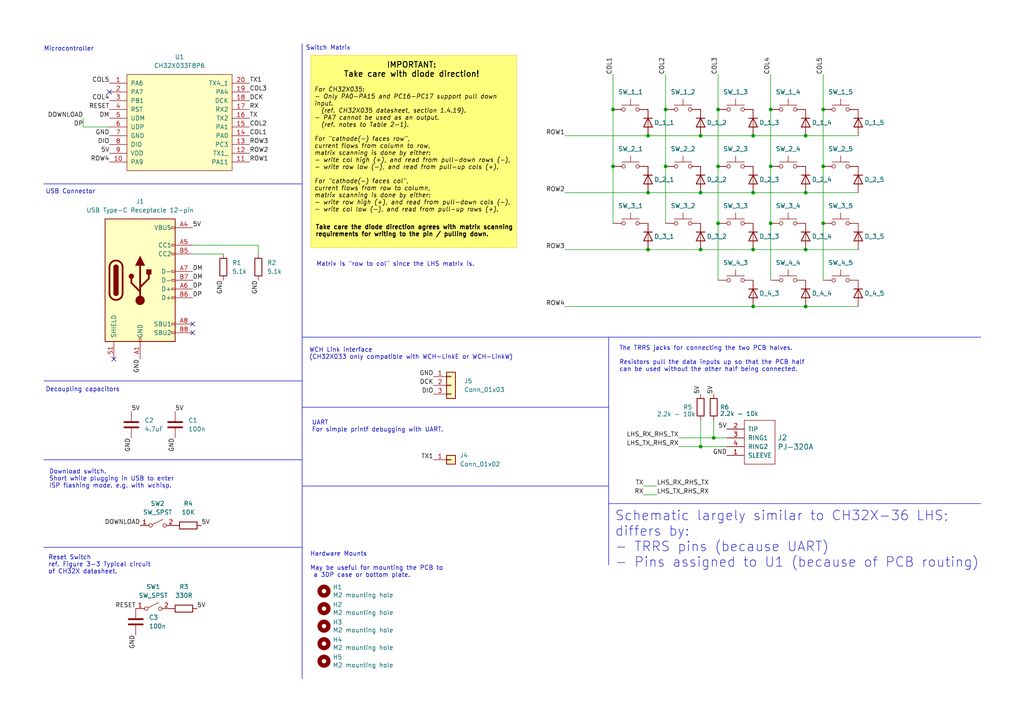
<source format=kicad_sch>
(kicad_sch (version 20231120) (generator "eeschema") (generator_version "8.0")
  (paper "A4")
  (title_block (title "CH32X-36 (LHS)") (date "2025-03-11") (rev "rev2025.1") (company "Richard Goulter (rgoulter)") (comment 1 "Using CH32X MCU.") (comment 2 "LHS of split 3x5+3 keyboard") (comment 3 "Project: https://github.com/rgoulter/keyboard-labs"))
  (lib_symbols
    (symbol "Connector:USB_C_Receptacle_USB2.0" (pin_names (offset 1.016))
      (property "Reference" "J" (at -10.16 19.05 0))
      (property "Value" "USB_C_Receptacle_USB2.0" (at 19.05 19.05 0))
      (symbol "USB_C_Receptacle_USB2.0_0_0"
        (rectangle (start -0.254 -17.78) (end 0.254 -16.764))
        (rectangle (start 10.16 -14.986) (end 9.144 -15.494))
        (rectangle (start 10.16 -12.446) (end 9.144 -12.954))
        (rectangle (start 10.16 -4.826) (end 9.144 -5.334))
        (rectangle (start 10.16 -2.286) (end 9.144 -2.794))
        (rectangle (start 10.16 0.254) (end 9.144 -0.254))
        (rectangle (start 10.16 2.794) (end 9.144 2.286))
        (rectangle (start 10.16 7.874) (end 9.144 7.366))
        (rectangle (start 10.16 10.414) (end 9.144 9.906))
        (rectangle (start 10.16 15.494) (end 9.144 14.986))
      )
      (symbol "USB_C_Receptacle_USB2.0_0_1"
        (rectangle (start -10.16 17.78) (end 10.16 -17.78) (stroke (width 0.254)) (fill (type background)))
        (arc (start -8.89 -3.81) (mid -6.985 -5.7067) (end -5.08 -3.81) (stroke (width 0.508)))
        (arc (start -7.62 -3.81) (mid -6.985 -4.4423) (end -6.35 -3.81) (stroke (width 0.254)))
        (arc (start -7.62 -3.81) (mid -6.985 -4.4423) (end -6.35 -3.81) (stroke (width 0.254)) (fill (type outline)))
        (rectangle (start -7.62 -3.81) (end -6.35 3.81) (stroke (width 0.254)) (fill (type outline)))
        (arc (start -6.35 3.81) (mid -6.985 4.4423) (end -7.62 3.81) (stroke (width 0.254)))
        (arc (start -6.35 3.81) (mid -6.985 4.4423) (end -7.62 3.81) (stroke (width 0.254)) (fill (type outline)))
        (arc (start -5.08 3.81) (mid -6.985 5.7067) (end -8.89 3.81) (stroke (width 0.508)))
        (circle (center -2.54 1.143) (radius 0.635) (stroke (width 0.254)) (fill (type outline)))
        (circle (center 0 -5.842) (radius 1.27) (fill (type outline)))
        (polyline (pts (xy -8.89 -3.81) (xy -8.89 3.81)) (stroke (width 0.508)))
        (polyline (pts (xy -5.08 3.81) (xy -5.08 -3.81)) (stroke (width 0.508)))
        (polyline (pts (xy 0 -5.842) (xy 0 4.318)) (stroke (width 0.508)))
        (polyline (pts (xy 0 -3.302) (xy -2.54 -0.762) (xy -2.54 0.508)) (stroke (width 0.508)))
        (polyline (pts (xy 0 -2.032) (xy 2.54 0.508) (xy 2.54 1.778)) (stroke (width 0.508)))
        (polyline (pts (xy -1.27 4.318) (xy 0 6.858) (xy 1.27 4.318) (xy -1.27 4.318)) (stroke (width 0.254)) (fill (type outline)))
        (rectangle (start 1.905 1.778) (end 3.175 3.048) (stroke (width 0.254)) (fill (type outline)))
      )
      (symbol "USB_C_Receptacle_USB2.0_1_1"
        (pin passive line (at 0 -22.86 90) (length 5.08) (name "GND") (number "A1"))
        (pin passive line (at 0 -22.86 90) (length 5.08) hide (name "GND") (number "A12"))
        (pin passive line (at 15.24 15.24 180) (length 5.08) (name "VBUS") (number "A4"))
        (pin bidirectional line (at 15.24 10.16 180) (length 5.08) (name "CC1") (number "A5"))
        (pin bidirectional line (at 15.24 -2.54 180) (length 5.08) (name "D+") (number "A6"))
        (pin bidirectional line (at 15.24 2.54 180) (length 5.08) (name "D-") (number "A7"))
        (pin bidirectional line (at 15.24 -12.7 180) (length 5.08) (name "SBU1") (number "A8"))
        (pin passive line (at 15.24 15.24 180) (length 5.08) hide (name "VBUS") (number "A9"))
        (pin passive line (at 0 -22.86 90) (length 5.08) hide (name "GND") (number "B1"))
        (pin passive line (at 0 -22.86 90) (length 5.08) hide (name "GND") (number "B12"))
        (pin passive line (at 15.24 15.24 180) (length 5.08) hide (name "VBUS") (number "B4"))
        (pin bidirectional line (at 15.24 7.62 180) (length 5.08) (name "CC2") (number "B5"))
        (pin bidirectional line (at 15.24 -5.08 180) (length 5.08) (name "D+") (number "B6"))
        (pin bidirectional line (at 15.24 0 180) (length 5.08) (name "D-") (number "B7"))
        (pin bidirectional line (at 15.24 -15.24 180) (length 5.08) (name "SBU2") (number "B8"))
        (pin passive line (at 15.24 15.24 180) (length 5.08) hide (name "VBUS") (number "B9"))
        (pin passive line (at -7.62 -22.86 90) (length 5.08) (name "SHIELD") (number "S1"))
      )
    )
    (symbol "Connector_Generic:Conn_01x01" (pin_names (offset 1.016) hide)
      (property "Reference" "J" (at 0 2.54 0))
      (property "Value" "Conn_01x01" (at 0 -2.54 0))
      (symbol "Conn_01x01_1_1"
        (rectangle (start -1.27 0.127) (end 0 -0.127) (stroke (width 0.1524)))
        (rectangle (start -1.27 1.27) (end 1.27 -1.27) (stroke (width 0.254)) (fill (type background)))
        (pin passive line (at -5.08 0 0) (length 3.81) (name "Pin_1") (number "1"))
      )
    )
    (symbol "Connector_Generic:Conn_01x03" (pin_names (offset 1.016) hide)
      (property "Reference" "J" (at 0 5.08 0))
      (property "Value" "Conn_01x03" (at 0 -5.08 0))
      (symbol "Conn_01x03_1_1"
        (rectangle (start -1.27 -2.413) (end 0 -2.667) (stroke (width 0.1524)))
        (rectangle (start -1.27 0.127) (end 0 -0.127) (stroke (width 0.1524)))
        (rectangle (start -1.27 2.667) (end 0 2.413) (stroke (width 0.1524)))
        (rectangle (start -1.27 3.81) (end 1.27 -3.81) (stroke (width 0.254)) (fill (type background)))
        (pin passive line (at -5.08 2.54 0) (length 3.81) (name "Pin_1") (number "1"))
        (pin passive line (at -5.08 0 0) (length 3.81) (name "Pin_2") (number "2"))
        (pin passive line (at -5.08 -2.54 0) (length 3.81) (name "Pin_3") (number "3"))
      )
    )
    (symbol "Device:C" (pin_numbers hide) (pin_names (offset 0.254))
      (property "Reference" "C" (at 0.635 2.54 0))
      (property "Value" "C" (at 0.635 -2.54 0))
      (symbol "C_0_1"
        (polyline (pts (xy -2.032 -0.762) (xy 2.032 -0.762)) (stroke (width 0.508)))
        (polyline (pts (xy -2.032 0.762) (xy 2.032 0.762)) (stroke (width 0.508)))
      )
      (symbol "C_1_1"
        (pin passive line (at 0 3.81 270) (length 2.794) (name "~") (number "1"))
        (pin passive line (at 0 -3.81 90) (length 2.794) (name "~") (number "2"))
      )
    )
    (symbol "Device:D" (pin_numbers hide) (pin_names (offset 1.016) hide)
      (property "Reference" "D" (at 0 2.54 0))
      (property "Value" "D" (at 0 -2.54 0))
      (symbol "D_0_1"
        (polyline (pts (xy -1.27 1.27) (xy -1.27 -1.27)) (stroke (width 0.254)))
        (polyline (pts (xy 1.27 0) (xy -1.27 0)))
        (polyline (pts (xy 1.27 1.27) (xy 1.27 -1.27) (xy -1.27 0) (xy 1.27 1.27)) (stroke (width 0.254)))
      )
      (symbol "D_1_1"
        (pin passive line (at -3.81 0 0) (length 2.54) (name "K") (number "1"))
        (pin passive line (at 3.81 0 180) (length 2.54) (name "A") (number "2"))
      )
    )
    (symbol "Device:R" (pin_numbers hide) (pin_names (offset 0))
      (property "Reference" "R" (at 2.032 0 90))
      (property "Value" "R" (at 0 0 90))
      (symbol "R_0_1"
        (rectangle (start -1.016 -2.54) (end 1.016 2.54) (stroke (width 0.254)))
      )
      (symbol "R_1_1"
        (pin passive line (at 0 3.81 270) (length 1.27) (name "~") (number "1"))
        (pin passive line (at 0 -3.81 90) (length 1.27) (name "~") (number "2"))
      )
    )
    (symbol "Mechanical:MountingHole" (pin_names (offset 1.016))
      (property "Reference" "H" (at 0 5.08 0))
      (property "Value" "MountingHole" (at 0 3.175 0))
      (symbol "MountingHole_0_1"
        (circle (center 0 0) (radius 1.27) (stroke (width 1.27)))
      )
    )
    (symbol "ProjectLocal:CH32X033F8P6" (pin_names (offset 1.016))
      (property "Reference" "U" (at -12.7 27.94 0))
      (property "Value" "CH32X033F8P6" (at 0 12.7 90))
      (symbol "CH32X033F8P6_0_1"
        (rectangle (start -15.24 25.4) (end 15.24 -2.54) (fill (type background)))
      )
      (symbol "CH32X033F8P6_1_1"
        (pin bidirectional line (at -20.32 22.86 0) (length 5.08) (name "PA6") (number "1"))
        (pin bidirectional line (at -20.32 0 0) (length 5.08) (name "PA9") (number "10"))
        (pin bidirectional line (at 20.32 0 180) (length 5.08) (name "PA11") (number "11") (alternate "" input line))
        (pin bidirectional line (at 20.32 2.54 180) (length 5.08) (name "PA10") (number "12") (alternate "TX1_" bidirectional line))
        (pin bidirectional line (at 20.32 5.08 180) (length 5.08) (name "PC3") (number "13"))
        (pin bidirectional line (at 20.32 7.62 180) (length 5.08) (name "PA0") (number "14"))
        (pin bidirectional line (at 20.32 10.16 180) (length 5.08) (name "PA1") (number "15"))
        (pin bidirectional line (at 20.32 12.7 180) (length 5.08) (name "PA2") (number "16") (alternate "TX2" bidirectional line))
        (pin bidirectional line (at 20.32 15.24 180) (length 5.08) (name "PA3") (number "17") (alternate "RX2" bidirectional line))
        (pin bidirectional line (at 20.32 17.78 180) (length 5.08) (name "PC19") (number "18") (alternate "DCK" power_out line))
        (pin bidirectional line (at 20.32 20.32 180) (length 5.08) (name "PA4") (number "19"))
        (pin input line (at -20.32 20.32 0) (length 5.08) (name "PA7") (number "2") (alternate "" input line))
        (pin bidirectional line (at 20.32 22.86 180) (length 5.08) (name "PA5") (number "20") (alternate "" input line) (alternate "TX4_1" power_out line))
        (pin input line (at -20.32 17.78 0) (length 5.08) (name "PB1") (number "3") (alternate "" input line))
        (pin bidirectional line (at -20.32 15.24 0) (length 5.08) (name "PB7") (number "4") (alternate "RST" bidirectional line))
        (pin input line (at -20.32 12.7 0) (length 5.08) (name "PC16") (number "5") (alternate "UDM" bidirectional line))
        (pin input line (at -20.32 10.16 0) (length 5.08) (name "PC17") (number "6") (alternate "UDP" bidirectional line))
        (pin input line (at -20.32 7.62 0) (length 5.08) (name "GND") (number "7"))
        (pin bidirectional line (at -20.32 5.08 0) (length 5.08) (name "PC18") (number "8") (alternate "DIO" bidirectional line))
        (pin input line (at -20.32 2.54 0) (length 5.08) (name "VDD") (number "9"))
      )
    )
    (symbol "Switch:SW_Push" (pin_numbers hide) (pin_names (offset 1.016) hide)
      (property "Reference" "SW" (at 1.27 2.54 0))
      (property "Value" "SW_Push" (at 0 -1.524 0))
      (symbol "SW_Push_0_1"
        (circle (center -2.032 0) (radius 0.508))
        (polyline (pts (xy 0 1.27) (xy 0 3.048)))
        (polyline (pts (xy 2.54 1.27) (xy -2.54 1.27)))
        (circle (center 2.032 0) (radius 0.508))
        (pin passive line (at -5.08 0 0) (length 2.54) (name "1") (number "1"))
        (pin passive line (at 5.08 0 180) (length 2.54) (name "2") (number "2"))
      )
    )
    (symbol "Switch:SW_SPST" (pin_names (offset 0) hide)
      (property "Reference" "SW" (at 0 3.175 0))
      (property "Value" "SW_SPST" (at 0 -2.54 0))
      (symbol "SW_SPST_0_0"
        (circle (center -2.032 0) (radius 0.508))
        (polyline (pts (xy -1.524 0.254) (xy 1.524 1.778)))
        (circle (center 2.032 0) (radius 0.508))
      )
      (symbol "SW_SPST_1_1"
        (pin passive line (at -5.08 0 0) (length 2.54) (name "A") (number "1"))
        (pin passive line (at 5.08 0 180) (length 2.54) (name "B") (number "2"))
      )
    )
    (symbol "keebio:TRRS" (pin_names (offset 1.016))
      (property "Reference" "U" (at 0 15.24 0))
      (property "Value" "TRRS" (at 0 -2.54 0))
      (symbol "TRRS_0_1"
        (rectangle (start -3.81 0) (end -3.81 12.7))
        (rectangle (start -3.81 12.7) (end 5.08 12.7))
        (rectangle (start 5.08 0) (end -3.81 0))
        (rectangle (start 5.08 12.7) (end 5.08 0))
      )
      (symbol "TRRS_1_1"
        (pin input line (at -8.89 2.54 0) (length 5.08) (name "SLEEVE") (number "1"))
        (pin input line (at -8.89 10.16 0) (length 5.08) (name "TIP") (number "2"))
        (pin input line (at -8.89 7.62 0) (length 5.08) (name "RING1") (number "3"))
        (pin input line (at -8.89 5.08 0) (length 5.08) (name "RING2") (number "4"))
      )
    )
  )
  (junction (at 187.96 55.88))
  (junction (at 233.68 88.9))
  (junction (at 218.44 55.88))
  (junction (at 208.28 31.75))
  (junction (at 203.2 55.88))
  (junction (at 233.68 55.88))
  (junction (at 177.8 48.26))
  (junction (at 233.68 39.37))
  (junction (at 223.52 31.75))
  (junction (at 207.01 127))
  (junction (at 208.28 48.26))
  (junction (at 187.96 72.39))
  (junction (at 203.2 39.37))
  (junction (at 177.8 31.75))
  (junction (at 238.76 48.26))
  (junction (at 218.44 39.37))
  (junction (at 193.04 48.26))
  (junction (at 238.76 64.77))
  (junction (at 218.44 88.9))
  (junction (at 193.04 31.75))
  (junction (at 233.68 72.39))
  (junction (at 218.44 72.39))
  (junction (at 238.76 31.75))
  (junction (at 187.96 39.37))
  (junction (at 223.52 48.26))
  (junction (at 208.28 64.77))
  (junction (at 223.52 64.77))
  (junction (at 203.2 129.54))
  (junction (at 203.2 72.39))
  (no_connect (at 33.02 104.14))
  (no_connect (at 55.88 93.98))
  (no_connect (at 31.75 26.67))
  (no_connect (at 55.88 96.52))
  (polyline (pts (xy 12.7 110.49) (xy 87.63 110.49)))
  (wire (pts (xy 223.52 21.59) (xy 223.52 31.75)))
  (polyline (pts (xy 87.63 110.49) (xy 87.63 97.79)))
  (polyline (pts (xy 176.53 146.05) (xy 284.48 146.05)))
  (wire (pts (xy 186.69 140.97) (xy 190.5 140.97)))
  (wire (pts (xy 218.44 39.37) (xy 233.68 39.37)))
  (wire (pts (xy 208.28 31.75) (xy 208.28 48.26)))
  (wire (pts (xy 207.01 127) (xy 207.01 121.92)))
  (wire (pts (xy 208.28 64.77) (xy 208.28 81.28)))
  (wire (pts (xy 203.2 129.54) (xy 210.82 129.54)))
  (polyline (pts (xy 12.7 133.35) (xy 87.63 133.35)))
  (wire (pts (xy 203.2 55.88) (xy 218.44 55.88)))
  (polyline (pts (xy 87.63 110.49) (xy 87.63 196.85)))
  (wire (pts (xy 196.85 129.54) (xy 203.2 129.54)))
  (wire (pts (xy 233.68 88.9) (xy 248.92 88.9)))
  (wire (pts (xy 163.83 55.88) (xy 187.96 55.88)))
  (wire (pts (xy 177.8 48.26) (xy 177.8 64.77)))
  (wire (pts (xy 163.83 72.39) (xy 187.96 72.39)))
  (wire (pts (xy 193.04 31.75) (xy 193.04 48.26)))
  (wire (pts (xy 55.88 73.66) (xy 64.77 73.66)))
  (wire (pts (xy 238.76 64.77) (xy 238.76 81.28)))
  (wire (pts (xy 218.44 88.9) (xy 233.68 88.9)))
  (wire (pts (xy 203.2 72.39) (xy 218.44 72.39)))
  (wire (pts (xy 187.96 55.88) (xy 203.2 55.88)))
  (wire (pts (xy 208.28 48.26) (xy 208.28 64.77)))
  (wire (pts (xy 55.88 71.12) (xy 74.93 71.12)))
  (wire (pts (xy 193.04 48.26) (xy 193.04 64.77)))
  (polyline (pts (xy 87.63 118.11) (xy 176.53 118.11)))
  (polyline (pts (xy 176.53 97.79) (xy 176.53 163.83)))
  (wire (pts (xy 223.52 48.26) (xy 223.52 64.77)))
  (polyline (pts (xy 87.63 12.7) (xy 87.63 97.79)))
  (wire (pts (xy 187.96 72.39) (xy 203.2 72.39)))
  (wire (pts (xy 74.93 73.66) (xy 74.93 71.12)))
  (wire (pts (xy 233.68 39.37) (xy 248.92 39.37)))
  (wire (pts (xy 24.13 36.83) (xy 24.13 34.29)))
  (wire (pts (xy 223.52 31.75) (xy 223.52 48.26)))
  (wire (pts (xy 208.28 21.59) (xy 208.28 31.75)))
  (wire (pts (xy 203.2 39.37) (xy 218.44 39.37)))
  (wire (pts (xy 193.04 21.59) (xy 193.04 31.75)))
  (wire (pts (xy 223.52 64.77) (xy 223.52 81.28)))
  (wire (pts (xy 238.76 48.26) (xy 238.76 64.77)))
  (polyline (pts (xy 87.63 140.97) (xy 176.53 140.97)))
  (wire (pts (xy 238.76 31.75) (xy 238.76 48.26)))
  (wire (pts (xy 24.13 36.83) (xy 31.75 36.83)))
  (wire (pts (xy 163.83 39.37) (xy 187.96 39.37)))
  (wire (pts (xy 163.83 88.9) (xy 218.44 88.9)))
  (polyline (pts (xy 12.7 53.34) (xy 87.63 53.34)))
  (polyline (pts (xy 87.63 97.79) (xy 284.48 97.79)))
  (polyline (pts (xy 12.7 158.75) (xy 87.63 158.75)))
  (wire (pts (xy 233.68 72.39) (xy 248.92 72.39)))
  (wire (pts (xy 186.69 143.51) (xy 190.5 143.51)))
  (wire (pts (xy 203.2 129.54) (xy 203.2 121.92)))
  (wire (pts (xy 233.68 55.88) (xy 248.92 55.88)))
  (wire (pts (xy 238.76 21.59) (xy 238.76 31.75)))
  (wire (pts (xy 177.8 31.75) (xy 177.8 48.26)))
  (wire (pts (xy 177.8 21.59) (xy 177.8 31.75)))
  (wire (pts (xy 218.44 55.88) (xy 233.68 55.88)))
  (wire (pts (xy 196.85 127) (xy 207.01 127)))
  (wire (pts (xy 218.44 72.39) (xy 233.68 72.39)))
  (wire (pts (xy 207.01 127) (xy 210.82 127)))
  (wire (pts (xy 187.96 39.37) (xy 203.2 39.37)))
  (text_box "\n\n\n\nFor CH32X035:\n- Only PA0-PA15 and PC16-PC17 support pull down input.\n  (ref. CH32X035 datasheet, section 1.4.19).\n- PA7 cannot be used as an output.\n  (ref. notes to Table 2-1).\n\nFor \"cathode(-) faces row\",\ncurrent flows from column to row,\nmatrix scanning is done by either:\n- write col high (+), and read from pull-down rows (-),\n- write row low (-), and read from pull-up cols (+).\n\nFor \"cathode(-) faces col\",\ncurrent flows from row to column,\nmatrix scanning is done by either:\n- write row high (+), and read from pull-down cols (-),\n- write col low (-), and read from pull-up rows (+)." (at 90.17 16.002 0) (size 59.69 55.88) (stroke (width 0.0254) (color 255 153 0 1)) (fill (type color) (color 255 255 0 0.51)) (effects (font (size 1.27 1.27) (italic yes)) (justify left top)))
  (text "Hardware Mounts\n\nMay be useful for mounting the PCB to\n a 3DP case or bottom plate." (at 89.916 167.64 0) (effects (font (size 1.27 1.27)) (justify left bottom)))
  (text "UART\nFor simple printf debugging with UART." (at 90.424 125.476 0) (effects (font (size 1.27 1.27)) (justify left bottom)))
  (text "IMPORTANT:\nTake care with diode direction!" (at 119.38 20.32 0) (effects (font (size 1.651 1.651) (thickness 0.254) (bold yes))))
  (text "Schematic largely similar to CH32X-36 LHS;\ndiffers by:\n- TRRS pins (because UART)\n- Pins assigned to U1 (because of PCB routing)" (at 178.308 164.846 0) (effects (font (size 2.794 2.794)) (justify left bottom)))
  (text "The TRRS jacks for connecting the two PCB halves.\n\nResistors pull the data inputs up so that the PCB half\ncan be used without the other half being connected." (at 179.578 107.95 0) (effects (font (size 1.27 1.27)) (justify left bottom)))
  (text "Download switch.\nShort while plugging in USB to enter\nISP flashing mode. e.g. with wchisp." (at 14.224 141.732 0) (effects (font (size 1.27 1.27)) (justify left bottom)))
  (text "Take care the diode direction agrees with matrix scanning\nrequirements for writing to the pin / pulling down." (at 91.44 67.056 0) (effects (font (size 1.27 1.27) (thickness 0.254) (bold yes)) (justify left)))
  (text "Microcontroller" (at 12.7 14.986 0) (effects (font (size 1.27 1.27)) (justify left bottom)))
  (text "Decoupling capacitors" (at 13.208 113.792 0) (effects (font (size 1.27 1.27)) (justify left bottom)))
  (text "USB Connector" (at 13.208 56.388 0) (effects (font (size 1.27 1.27)) (justify left bottom)))
  (text "WCH Link interface\n(CH32X033 only compatible with WCH-LinkE or WCH-LinkW)" (at 89.662 104.394 0) (effects (font (size 1.27 1.27)) (justify left bottom)))
  (text "Reset Switch\nref. Figure 3-3 Typical circuit\nof CH32X datasheet." (at 13.97 166.624 0) (effects (font (size 1.27 1.27)) (justify left bottom)))
  (text "Switch Matrix" (at 88.646 14.732 0) (effects (font (size 1.27 1.27)) (justify left bottom)))
  (text "Matrix is \"row to col\" since the LHS matrix is." (at 91.694 75.946 0) (effects (font (size 1.27 1.27)) (justify left top)))
  (label "5V" (at 50.8 119.38 0))
  (label "COL4" (at 223.52 21.59 90))
  (label "ROW2" (at 163.83 55.88 180))
  (label "5V" (at 58.42 152.4 0))
  (label "DCK" (at 72.39 29.21 0))
  (label "GND" (at 38.1 127 270))
  (label "LHS_TX_RHS_RX" (at 196.85 129.54 180))
  (label "COL1" (at 177.8 21.59 90))
  (label "5V" (at 38.1 119.38 0))
  (label "RX" (at 186.69 143.51 180))
  (label "COL2" (at 193.04 21.59 90))
  (label "COL5" (at 238.76 21.59 90))
  (label "RESET" (at 31.75 31.75 180))
  (label "RESET" (at 39.37 176.53 180))
  (label "DIO" (at 125.73 114.3 180))
  (label "COL4" (at 31.75 29.21 180))
  (label "5V" (at 203.2 114.3 90))
  (label "ROW4" (at 163.83 88.9 180))
  (label "5V" (at 55.88 66.04 0))
  (label "DP" (at 55.88 86.36 0))
  (label "TX" (at 186.69 140.97 180))
  (label "DM" (at 55.88 81.28 0))
  (label "5V" (at 210.82 124.46 180))
  (label "LHS_TX_RHS_RX" (at 190.5 143.51 0))
  (label "GND" (at 125.73 109.22 180))
  (label "ROW1" (at 163.83 39.37 180))
  (label "5V" (at 207.01 114.3 90))
  (label "5V" (at 57.15 176.53 0))
  (label "GND" (at 39.37 184.15 270))
  (label "GND" (at 210.82 132.08 180))
  (label "GND" (at 74.93 81.28 270))
  (label "TX1" (at 125.73 133.35 180))
  (label "RX" (at 72.39 31.75 0))
  (label "DIO" (at 31.75 41.91 180))
  (label "COL3" (at 208.28 21.59 90))
  (label "DP" (at 24.13 36.83 180))
  (label "ROW3" (at 72.39 41.91 0))
  (label "COL2" (at 72.39 36.83 0))
  (label "DP" (at 55.88 83.82 0))
  (label "COL1" (at 72.39 39.37 0))
  (label "GND" (at 64.77 81.28 270))
  (label "ROW4" (at 31.75 46.99 180))
  (label "GND" (at 40.64 104.14 270))
  (label "DM" (at 31.75 34.29 180))
  (label "COL3" (at 72.39 26.67 0))
  (label "LHS_RX_RHS_TX" (at 190.5 140.97 0))
  (label "GND" (at 50.8 127 270))
  (label "ROW3" (at 163.83 72.39 180))
  (label "GND" (at 31.75 39.37 180))
  (label "TX" (at 72.39 34.29 0))
  (label "COL5" (at 31.75 24.13 180))
  (label "DOWNLOAD" (at 24.13 34.29 180))
  (label "DCK" (at 125.73 111.76 180))
  (label "ROW2" (at 72.39 44.45 0))
  (label "DM" (at 55.88 78.74 0))
  (label "TX1" (at 72.39 24.13 0))
  (label "5V" (at 31.75 44.45 180))
  (label "ROW1" (at 72.39 46.99 0))
  (label "LHS_RX_RHS_TX" (at 196.85 127 180))
  (label "DOWNLOAD" (at 40.64 152.4 180))
  (symbol (lib_id "ProjectLocal:CH32X033F8P6") (at 52.07 46.99 0) (unit 1)
    (property "Reference" "U1" (at 52.07 16.51 0))
    (property "Value" "CH32X033F8P6" (at 52.07 19.05 0))
    (property "Footprint" "Package_SO:TSSOP-20_4.4x6.5mm_P0.65mm" (effects (hide yes)))
    (property "Description" "CH32X033F8P6" (effects (hide yes)))
    (pin "11" (alternate "PA11"))
    (pin "12" (alternate "TX1_"))
    (pin "16" (alternate "TX2"))
    (pin "17" (alternate "RX2"))
    (pin "18" (alternate "DCK"))
    (pin "2" (alternate "PA7"))
    (pin "20" (alternate "TX4_1"))
    (pin "3" (alternate "PB1"))
    (pin "4" (alternate "RST"))
    (pin "5" (alternate "UDM"))
    (pin "6" (alternate "UDP"))
    (pin "8" (alternate "DIO"))
  )
  (symbol (lib_id "Switch:SW_Push") (at 198.12 64.77 0) (unit 1)
    (property "Reference" "SW_3_2" (at 198.12 59.69 0))
    (property "Value" "MX-compatible" (effects (hide yes)))
    (property "Footprint" "ProjectLocal:SW_Cherry_MX_PCB_1.00u_BSilkRef" (effects (hide yes)))
    (property "Description" "Mechanical Keyboard Switch" (effects (hide yes)))
  )
  (symbol (lib_id "Device:D") (at 248.92 85.09 270) (unit 1)
    (property "Reference" "D_4_5" (at 256.54 85.09 90) (effects (justify right)))
    (property "Value" "1N4148" (effects (hide yes)))
    (property "Footprint" "Diode_SMD:D_SOD-123" (effects (hide yes)))
    (property "Description" "Diode (0805)" (effects (hide yes)))
    (property "LCSC" "C81598" (effects (hide yes)))
  )
  (symbol (lib_id "Device:D") (at 248.92 35.56 270) (unit 1)
    (property "Reference" "D_1_5" (at 256.54 35.56 90) (effects (justify right)))
    (property "Value" "1N4148" (effects (hide yes)))
    (property "Footprint" "Diode_SMD:D_SOD-123" (effects (hide yes)))
    (property "Description" "Diode (0805)" (effects (hide yes)))
    (property "LCSC" "C81598" (effects (hide yes)))
  )
  (symbol (lib_id "Device:D") (at 218.44 85.09 270) (unit 1)
    (property "Reference" "D_4_3" (at 226.06 85.09 90) (effects (justify right)))
    (property "Value" "1N4148" (effects (hide yes)))
    (property "Footprint" "Diode_SMD:D_SOD-123" (effects (hide yes)))
    (property "Description" "Diode (0805)" (effects (hide yes)))
    (property "LCSC" "C81598" (effects (hide yes)))
  )
  (symbol (lib_id "Switch:SW_Push") (at 228.6 81.28 0) (unit 1)
    (property "Reference" "SW_4_4" (at 228.6 76.2 0))
    (property "Value" "MX-compatible" (effects (hide yes)))
    (property "Footprint" "ProjectLocal:SW_Cherry_MX_PCB_1.00u_BSilkRef" (effects (hide yes)))
    (property "Description" "Mechanical Keyboard Switch" (effects (hide yes)))
  )
  (symbol (lib_id "Switch:SW_Push") (at 198.12 31.75 0) (unit 1)
    (property "Reference" "SW_1_2" (at 198.12 26.67 0))
    (property "Value" "MX-compatible" (effects (hide yes)))
    (property "Footprint" "ProjectLocal:SW_Cherry_MX_PCB_1.00u_BSilkRef" (effects (hide yes)))
    (property "Description" "Mechanical Keyboard Switch" (effects (hide yes)))
  )
  (symbol (lib_id "Switch:SW_Push") (at 228.6 31.75 0) (unit 1)
    (property "Reference" "SW_1_4" (at 228.6 26.67 0))
    (property "Value" "MX-compatible" (effects (hide yes)))
    (property "Footprint" "ProjectLocal:SW_Cherry_MX_PCB_1.00u_BSilkRef" (effects (hide yes)))
    (property "Description" "Mechanical Keyboard Switch" (effects (hide yes)))
  )
  (symbol (lib_id "Mechanical:MountingHole") (at 93.98 181.61 0) (unit 1)
    (property "Reference" "H3" (at 96.52 180.4416 0) (effects (justify left)))
    (property "Value" "M2 mounting hole" (at 96.52 182.753 0) (effects (justify left)))
    (property "Footprint" "MountingHole:MountingHole_2.2mm_M2_DIN965" (effects (hide yes)))
  )
  (symbol (lib_id "Device:R") (at 64.77 77.47 0) (unit 1)
    (property "Reference" "R1" (at 67.31 76.2 0) (effects (justify left)))
    (property "Value" "5.1k" (at 67.31 78.74 0) (effects (justify left)))
    (property "Footprint" "Resistor_SMD:R_0805_2012Metric" (effects (hide yes)))
    (property "LCSC" "C27834" (effects (hide yes)))
  )
  (symbol (lib_id "Mechanical:MountingHole") (at 93.98 176.53 0) (unit 1)
    (property "Reference" "H2" (at 96.52 175.3616 0) (effects (justify left)))
    (property "Value" "M2 mounting hole" (at 96.52 177.673 0) (effects (justify left)))
    (property "Footprint" "MountingHole:MountingHole_2.2mm_M2_DIN965" (effects (hide yes)))
  )
  (symbol (lib_id "Connector_Generic:Conn_01x01") (at 130.81 133.35 0) (unit 1) (in_bom no)
    (property "Reference" "J4" (at 133.35 132.0799 0) (effects (justify left)))
    (property "Value" "Conn_01x02" (at 133.35 134.6199 0) (effects (justify left)))
    (property "Footprint" "Connector_PinHeader_2.54mm:PinHeader_1x01_P2.54mm_Vertical" (effects (hide yes)))
    (property "Description" "Generic connector, single row, 01x01, script generated (kicad-library-utils/schlib/autogen/connector/)" (effects (hide yes)))
  )
  (symbol (lib_id "Device:D") (at 233.68 85.09 270) (unit 1)
    (property "Reference" "D_4_4" (at 241.3 85.09 90) (effects (justify right)))
    (property "Value" "1N4148" (effects (hide yes)))
    (property "Footprint" "Diode_SMD:D_SOD-123" (effects (hide yes)))
    (property "Description" "Diode (0805)" (effects (hide yes)))
    (property "LCSC" "C81598" (effects (hide yes)))
  )
  (symbol (lib_id "Device:D") (at 248.92 68.58 270) (unit 1)
    (property "Reference" "D_3_5" (at 256.54 68.58 90) (effects (justify right)))
    (property "Value" "1N4148" (effects (hide yes)))
    (property "Footprint" "Diode_SMD:D_SOD-123" (effects (hide yes)))
    (property "Description" "Diode (0805)" (effects (hide yes)))
    (property "LCSC" "C81598" (effects (hide yes)))
  )
  (symbol (lib_id "Connector:USB_C_Receptacle_USB2.0") (at 40.64 81.28 0) (unit 1)
    (property "Reference" "J1" (at 40.64 58.42 0))
    (property "Value" "USB Type-C Receptacle 12-pin" (at 40.64 60.96 0))
    (property "Footprint" "Connector_USB:USB_C_Receptacle_HRO_TYPE-C-31-M-12" (effects (hide yes)))
    (property "Datasheet" "https://www.usb.org/sites/default/files/documents/usb_type-c.zip" (effects (hide yes)))
    (property "LCSC" "C165948" (effects (hide yes)))
  )
  (symbol (lib_id "Switch:SW_SPST") (at 45.72 152.4 0) (unit 1) (in_bom no)
    (property "Reference" "SW2" (at 45.72 146.05 0))
    (property "Value" "SW_SPST" (at 45.72 148.59 0))
    (property "Footprint" "Connector_Wire:SolderWire-0.5sqmm_1x02_P4.6mm_D0.9mm_OD2.1mm" (effects (hide yes)))
  )
  (symbol (lib_id "Switch:SW_Push") (at 243.84 64.77 0) (unit 1)
    (property "Reference" "SW_3_5" (at 243.84 59.69 0))
    (property "Value" "MX-compatible" (effects (hide yes)))
    (property "Footprint" "ProjectLocal:SW_Cherry_MX_PCB_1.00u_BSilkRef" (effects (hide yes)))
    (property "Description" "Mechanical Keyboard Switch" (effects (hide yes)))
  )
  (symbol (lib_id "Device:C") (at 38.1 123.19 0) (unit 1)
    (property "Reference" "C2" (at 41.91 121.9199 0) (effects (justify left)))
    (property "Value" "4.7uF" (at 41.91 124.4599 0) (effects (justify left)))
    (property "Footprint" "Capacitor_SMD:C_0805_2012Metric" (effects (hide yes)))
    (property "LCSC" "C1779" (effects (hide yes)))
  )
  (symbol (lib_id "Switch:SW_Push") (at 182.88 48.26 0) (unit 1)
    (property "Reference" "SW_2_1" (at 182.88 43.18 0))
    (property "Value" "MX-compatible" (effects (hide yes)))
    (property "Footprint" "ProjectLocal:SW_Cherry_MX_PCB_1.00u_BSilkRef" (effects (hide yes)))
    (property "Description" "Mechanical Keyboard Switch" (effects (hide yes)))
  )
  (symbol (lib_id "Switch:SW_Push") (at 213.36 81.28 0) (unit 1)
    (property "Reference" "SW_4_3" (at 213.36 76.2 0))
    (property "Value" "MX-compatible" (effects (hide yes)))
    (property "Footprint" "ProjectLocal:SW_Cherry_MX_PCB_1.00u_BSilkRef" (effects (hide yes)))
    (property "Description" "Mechanical Keyboard Switch" (effects (hide yes)))
  )
  (symbol (lib_id "Device:R") (at 207.01 118.11 0) (unit 1)
    (property "Reference" "R6" (at 208.788 118.11 0) (effects (justify left)))
    (property "Value" "2.2k - 10k" (at 208.788 119.253 0) (effects (justify left top)))
    (property "Footprint" "Resistor_SMD:R_0805_2012Metric" (effects (hide yes)))
    (property "Description" "Resistor (0805)" (effects (hide yes)))
    (property "Comment" "R3, for RGB LEDs. R5, R6 for OLED screen" (effects (hide yes)))
  )
  (symbol (lib_id "Device:D") (at 203.2 52.07 270) (unit 1)
    (property "Reference" "D_2_2" (at 210.82 52.07 90) (effects (justify right)))
    (property "Value" "1N4148" (effects (hide yes)))
    (property "Footprint" "Diode_SMD:D_SOD-123" (effects (hide yes)))
    (property "Description" "Diode (0805)" (effects (hide yes)))
    (property "LCSC" "C81598" (effects (hide yes)))
  )
  (symbol (lib_id "Device:R") (at 53.34 176.53 90) (unit 1)
    (property "Reference" "R3" (at 53.34 170.18 90))
    (property "Value" "330R" (at 53.34 172.72 90))
    (property "Footprint" "Resistor_SMD:R_0805_2012Metric" (effects (hide yes)))
    (property "LCSC" "C17630" (effects (hide yes)))
  )
  (symbol (lib_id "Switch:SW_Push") (at 243.84 31.75 0) (unit 1)
    (property "Reference" "SW_1_5" (at 243.84 26.67 0))
    (property "Value" "MX-compatible" (effects (hide yes)))
    (property "Footprint" "ProjectLocal:SW_Cherry_MX_PCB_1.00u_BSilkRef" (effects (hide yes)))
    (property "Description" "Mechanical Keyboard Switch" (effects (hide yes)))
  )
  (symbol (lib_id "Switch:SW_Push") (at 213.36 31.75 0) (unit 1)
    (property "Reference" "SW_1_3" (at 213.36 26.67 0))
    (property "Value" "MX-compatible" (effects (hide yes)))
    (property "Footprint" "ProjectLocal:SW_Cherry_MX_PCB_1.00u_BSilkRef" (effects (hide yes)))
    (property "Description" "Mechanical Keyboard Switch" (effects (hide yes)))
  )
  (symbol (lib_id "Device:D") (at 187.96 52.07 270) (unit 1)
    (property "Reference" "D_2_1" (at 195.58 52.07 90) (effects (justify right)))
    (property "Value" "1N4148" (effects (hide yes)))
    (property "Footprint" "Diode_SMD:D_SOD-123" (effects (hide yes)))
    (property "Description" "Diode (0805)" (effects (hide yes)))
    (property "LCSC" "C81598" (effects (hide yes)))
  )
  (symbol (lib_id "Device:C") (at 50.8 123.19 0) (unit 1)
    (property "Reference" "C1" (at 54.61 121.92 0) (effects (justify left)))
    (property "Value" "100n" (at 54.61 124.46 0) (effects (justify left)))
    (property "Footprint" "Capacitor_SMD:C_0805_2012Metric" (effects (hide yes)))
    (property "LCSC" "C28233" (effects (hide yes)))
  )
  (symbol (lib_id "Device:D") (at 218.44 52.07 270) (unit 1)
    (property "Reference" "D_2_3" (at 226.06 52.07 90) (effects (justify right)))
    (property "Value" "1N4148" (effects (hide yes)))
    (property "Footprint" "Diode_SMD:D_SOD-123" (effects (hide yes)))
    (property "Description" "Diode (0805)" (effects (hide yes)))
    (property "LCSC" "C81598" (effects (hide yes)))
  )
  (symbol (lib_id "Switch:SW_SPST") (at 44.45 176.53 0) (unit 1)
    (property "Reference" "SW1" (at 44.45 170.18 0))
    (property "Value" "SW_SPST" (at 44.45 172.72 0))
    (property "Footprint" "Connector_Wire:SolderWire-0.5sqmm_1x02_P4.6mm_D0.9mm_OD2.1mm" (effects (hide yes)))
  )
  (symbol (lib_id "keebio:TRRS") (at 219.71 134.62 0) (unit 1)
    (property "Reference" "J2" (at 225.5012 126.9238 0) (effects (font (size 1.524 1.524)) (justify left)))
    (property "Value" "PJ-320A" (at 225.5012 129.6162 0) (effects (font (size 1.524 1.524)) (justify left)))
    (property "Footprint" "Keebio-Parts:TRRS-PJ-320A" (effects (hide yes)))
    (property "Description" "TRRS (4-pole) Jack" (effects (hide yes)))
  )
  (symbol (lib_id "Device:D") (at 233.68 52.07 270) (unit 1)
    (property "Reference" "D_2_4" (at 241.3 52.07 90) (effects (justify right)))
    (property "Value" "1N4148" (effects (hide yes)))
    (property "Footprint" "Diode_SMD:D_SOD-123" (effects (hide yes)))
    (property "Description" "Diode (0805)" (effects (hide yes)))
    (property "LCSC" "C81598" (effects (hide yes)))
  )
  (symbol (lib_id "Switch:SW_Push") (at 198.12 48.26 0) (unit 1)
    (property "Reference" "SW_2_2" (at 198.12 43.18 0))
    (property "Value" "MX-compatible" (effects (hide yes)))
    (property "Footprint" "ProjectLocal:SW_Cherry_MX_PCB_1.00u_BSilkRef" (effects (hide yes)))
    (property "Description" "Mechanical Keyboard Switch" (effects (hide yes)))
  )
  (symbol (lib_id "Device:D") (at 218.44 35.56 270) (unit 1)
    (property "Reference" "D_1_3" (at 226.06 35.56 90) (effects (justify right)))
    (property "Value" "1N4148" (effects (hide yes)))
    (property "Footprint" "Diode_SMD:D_SOD-123" (effects (hide yes)))
    (property "Description" "Diode (0805)" (effects (hide yes)))
    (property "LCSC" "C81598" (effects (hide yes)))
  )
  (symbol (lib_id "Device:D") (at 203.2 68.58 270) (unit 1)
    (property "Reference" "D_3_2" (at 210.82 68.58 90) (effects (justify right)))
    (property "Value" "1N4148" (effects (hide yes)))
    (property "Footprint" "Diode_SMD:D_SOD-123" (effects (hide yes)))
    (property "Description" "Diode (0805)" (effects (hide yes)))
    (property "LCSC" "C81598" (effects (hide yes)))
  )
  (symbol (lib_id "Switch:SW_Push") (at 243.84 48.26 0) (unit 1)
    (property "Reference" "SW_2_5" (at 243.84 43.18 0))
    (property "Value" "MX-compatible" (effects (hide yes)))
    (property "Footprint" "ProjectLocal:SW_Cherry_MX_PCB_1.00u_BSilkRef" (effects (hide yes)))
    (property "Description" "Mechanical Keyboard Switch" (effects (hide yes)))
  )
  (symbol (lib_id "Device:R") (at 54.61 152.4 90) (unit 1)
    (property "Reference" "R4" (at 54.61 146.05 90))
    (property "Value" "10K" (at 54.61 148.59 90))
    (property "Footprint" "Resistor_SMD:R_0805_2012Metric" (effects (hide yes)))
    (property "LCSC" "C17414" (effects (hide yes)))
  )
  (symbol (lib_id "Switch:SW_Push") (at 213.36 64.77 0) (unit 1)
    (property "Reference" "SW_3_3" (at 213.36 59.69 0))
    (property "Value" "MX-compatible" (effects (hide yes)))
    (property "Footprint" "ProjectLocal:SW_Cherry_MX_PCB_1.00u_BSilkRef" (effects (hide yes)))
    (property "Description" "Mechanical Keyboard Switch" (effects (hide yes)))
  )
  (symbol (lib_id "Device:D") (at 233.68 35.56 270) (unit 1)
    (property "Reference" "D_1_4" (at 241.3 35.56 90) (effects (justify right)))
    (property "Value" "1N4148" (effects (hide yes)))
    (property "Footprint" "Diode_SMD:D_SOD-123" (effects (hide yes)))
    (property "Description" "Diode (0805)" (effects (hide yes)))
    (property "LCSC" "C81598" (effects (hide yes)))
  )
  (symbol (lib_id "Device:D") (at 248.92 52.07 270) (unit 1)
    (property "Reference" "D_2_5" (at 256.54 52.07 90) (effects (justify right)))
    (property "Value" "1N4148" (effects (hide yes)))
    (property "Footprint" "Diode_SMD:D_SOD-123" (effects (hide yes)))
    (property "Description" "Diode (0805)" (effects (hide yes)))
    (property "LCSC" "C81598" (effects (hide yes)))
  )
  (symbol (lib_id "Switch:SW_Push") (at 243.84 81.28 0) (unit 1)
    (property "Reference" "SW_4_5" (at 243.84 76.2 0))
    (property "Value" "MX-compatible" (effects (hide yes)))
    (property "Footprint" "ProjectLocal:SW_Cherry_MX_PCB_1.00u_BSilkRef" (effects (hide yes)))
    (property "Description" "Mechanical Keyboard Switch" (effects (hide yes)))
  )
  (symbol (lib_id "Switch:SW_Push") (at 213.36 48.26 0) (unit 1)
    (property "Reference" "SW_2_3" (at 213.36 43.18 0))
    (property "Value" "MX-compatible" (effects (hide yes)))
    (property "Footprint" "ProjectLocal:SW_Cherry_MX_PCB_1.00u_BSilkRef" (effects (hide yes)))
    (property "Description" "Mechanical Keyboard Switch" (effects (hide yes)))
  )
  (symbol (lib_id "Mechanical:MountingHole") (at 93.98 171.45 0) (unit 1)
    (property "Reference" "H1" (at 96.52 170.2816 0) (effects (justify left)))
    (property "Value" "M2 mounting hole" (at 96.52 172.593 0) (effects (justify left)))
    (property "Footprint" "MountingHole:MountingHole_2.2mm_M2_DIN965" (effects (hide yes)))
  )
  (symbol (lib_id "Connector_Generic:Conn_01x03") (at 130.81 111.76 0) (unit 1) (in_bom no)
    (property "Reference" "J5" (at 134.62 110.4899 0) (effects (justify left)))
    (property "Value" "Conn_01x03" (at 134.62 113.0299 0) (effects (justify left)))
    (property "Footprint" "Connector_PinHeader_2.54mm:PinHeader_1x03_P2.54mm_Vertical" (effects (hide yes)))
    (property "Description" "Generic connector, single row, 01x03, script generated (kicad-library-utils/schlib/autogen/connector/)" (effects (hide yes)))
  )
  (symbol (lib_id "Device:C") (at 39.37 180.34 0) (unit 1)
    (property "Reference" "C3" (at 43.18 179.0699 0) (effects (justify left)))
    (property "Value" "100n" (at 43.18 181.6099 0) (effects (justify left)))
    (property "Footprint" "Capacitor_SMD:C_0805_2012Metric" (effects (hide yes)))
    (property "LCSC" "C28233" (effects (hide yes)))
  )
  (symbol (lib_id "Device:D") (at 187.96 68.58 270) (unit 1)
    (property "Reference" "D_3_1" (at 195.58 68.58 90) (effects (justify right)))
    (property "Value" "1N4148" (effects (hide yes)))
    (property "Footprint" "Diode_SMD:D_SOD-123" (effects (hide yes)))
    (property "Description" "Diode (0805)" (effects (hide yes)))
    (property "LCSC" "C81598" (effects (hide yes)))
  )
  (symbol (lib_id "Device:D") (at 233.68 68.58 270) (unit 1)
    (property "Reference" "D_3_4" (at 241.3 68.58 90) (effects (justify right)))
    (property "Value" "1N4148" (effects (hide yes)))
    (property "Footprint" "Diode_SMD:D_SOD-123" (effects (hide yes)))
    (property "Description" "Diode (0805)" (effects (hide yes)))
    (property "LCSC" "C81598" (effects (hide yes)))
  )
  (symbol (lib_id "Switch:SW_Push") (at 182.88 64.77 0) (unit 1)
    (property "Reference" "SW_3_1" (at 182.88 59.69 0))
    (property "Value" "MX-compatible" (effects (hide yes)))
    (property "Footprint" "ProjectLocal:SW_Cherry_MX_PCB_1.00u_BSilkRef" (effects (hide yes)))
    (property "Description" "Mechanical Keyboard Switch" (effects (hide yes)))
  )
  (symbol (lib_id "Device:R") (at 74.93 77.47 0) (unit 1)
    (property "Reference" "R2" (at 77.47 76.2 0) (effects (justify left)))
    (property "Value" "5.1k" (at 77.47 78.74 0) (effects (justify left)))
    (property "Footprint" "Resistor_SMD:R_0805_2012Metric" (effects (hide yes)))
    (property "LCSC" "C27834" (effects (hide yes)))
  )
  (symbol (lib_id "Switch:SW_Push") (at 228.6 64.77 0) (unit 1)
    (property "Reference" "SW_3_4" (at 228.6 59.69 0))
    (property "Value" "MX-compatible" (effects (hide yes)))
    (property "Footprint" "ProjectLocal:SW_Cherry_MX_PCB_1.00u_BSilkRef" (effects (hide yes)))
    (property "Description" "Mechanical Keyboard Switch" (effects (hide yes)))
  )
  (symbol (lib_id "Device:R") (at 203.2 118.11 0) (unit 1)
    (property "Reference" "R5" (at 198.12 118.11 0) (effects (justify left)))
    (property "Value" "2.2k - 10k" (at 190.5 119.38 0) (effects (justify left top)))
    (property "Footprint" "Resistor_SMD:R_0805_2012Metric" (effects (hide yes)))
    (property "Description" "Resistor (0805)" (effects (hide yes)))
    (property "Comment" "R3, for RGB LEDs. R5, R6 for OLED screen" (effects (hide yes)))
  )
  (symbol (lib_id "Device:D") (at 203.2 35.56 270) (unit 1)
    (property "Reference" "D_1_2" (at 210.82 35.56 90) (effects (justify right)))
    (property "Value" "1N4148" (effects (hide yes)))
    (property "Footprint" "Diode_SMD:D_SOD-123" (effects (hide yes)))
    (property "Description" "Diode (0805)" (effects (hide yes)))
    (property "LCSC" "C81598" (effects (hide yes)))
  )
  (symbol (lib_id "Mechanical:MountingHole") (at 93.98 186.69 0) (unit 1)
    (property "Reference" "H4" (at 96.52 185.5216 0) (effects (justify left)))
    (property "Value" "M2 mounting hole" (at 96.52 187.833 0) (effects (justify left)))
    (property "Footprint" "MountingHole:MountingHole_2.2mm_M2_DIN965" (effects (hide yes)))
  )
  (symbol (lib_id "Mechanical:MountingHole") (at 93.98 191.77 0) (unit 1)
    (property "Reference" "H5" (at 96.52 190.6016 0) (effects (justify left)))
    (property "Value" "M2 mounting hole" (at 96.52 192.913 0) (effects (justify left)))
    (property "Footprint" "MountingHole:MountingHole_2.2mm_M2_DIN965" (effects (hide yes)))
  )
  (symbol (lib_id "Switch:SW_Push") (at 182.88 31.75 0) (unit 1)
    (property "Reference" "SW_1_1" (at 182.88 26.67 0))
    (property "Value" "MX-compatible" (effects (hide yes)))
    (property "Footprint" "ProjectLocal:SW_Cherry_MX_PCB_1.00u_BSilkRef" (effects (hide yes)))
    (property "Description" "Mechanical Keyboard Switch" (effects (hide yes)))
  )
  (symbol (lib_id "Device:D") (at 218.44 68.58 270) (unit 1)
    (property "Reference" "D_3_3" (at 226.06 68.58 90) (effects (justify right)))
    (property "Value" "1N4148" (effects (hide yes)))
    (property "Footprint" "Diode_SMD:D_SOD-123" (effects (hide yes)))
    (property "Description" "Diode (0805)" (effects (hide yes)))
    (property "LCSC" "C81598" (effects (hide yes)))
  )
  (symbol (lib_id "Device:D") (at 187.96 35.56 270) (unit 1)
    (property "Reference" "D_1_1" (at 195.58 35.56 90) (effects (justify right)))
    (property "Value" "1N4148" (effects (hide yes)))
    (property "Footprint" "Diode_SMD:D_SOD-123" (effects (hide yes)))
    (property "Description" "Diode (0805)" (effects (hide yes)))
    (property "LCSC" "C81598" (effects (hide yes)))
  )
  (symbol (lib_id "Switch:SW_Push") (at 228.6 48.26 0) (unit 1)
    (property "Reference" "SW_2_4" (at 228.6 43.18 0))
    (property "Value" "MX-compatible" (effects (hide yes)))
    (property "Footprint" "ProjectLocal:SW_Cherry_MX_PCB_1.00u_BSilkRef" (effects (hide yes)))
    (property "Description" "Mechanical Keyboard Switch" (effects (hide yes)))
  )
)
</source>
